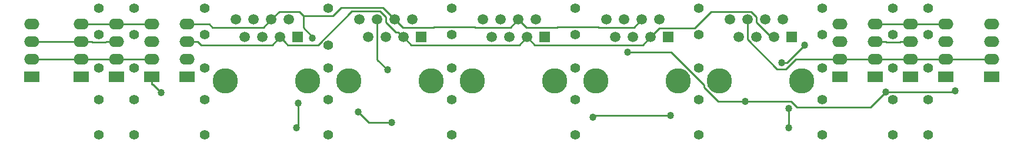
<source format=gbr>
G04 #@! TF.FileFunction,Copper,L2,Bot,Signal*
%FSLAX46Y46*%
G04 Gerber Fmt 4.6, Leading zero omitted, Abs format (unit mm)*
G04 Created by KiCad (PCBNEW 0.201509030901+6151~29~ubuntu14.04.1-product) date dom 13 set 2015 15:09:35 CEST*
%MOMM*%
G01*
G04 APERTURE LIST*
%ADD10C,0.100000*%
%ADD11C,1.400000*%
%ADD12C,3.649980*%
%ADD13R,1.501140X1.501140*%
%ADD14C,1.501140*%
%ADD15R,2.199640X1.524000*%
%ADD16O,2.199640X1.524000*%
%ADD17C,1.035000*%
%ADD18C,0.254000*%
G04 APERTURE END LIST*
D10*
D11*
X44450000Y-112522000D03*
X44450000Y-107442000D03*
X44450000Y-102870000D03*
X44450000Y-98044000D03*
X44450000Y-94234000D03*
X163830000Y-112522000D03*
X163830000Y-107442000D03*
X163830000Y-102870000D03*
X163830000Y-98044000D03*
X163830000Y-94234000D03*
X158750000Y-112522000D03*
X158750000Y-107442000D03*
X158750000Y-102870000D03*
X158750000Y-98044000D03*
X158750000Y-94234000D03*
X148590000Y-112522000D03*
X130810000Y-112522000D03*
X113030000Y-112522000D03*
X95250000Y-112522000D03*
X77470000Y-112522000D03*
X59690000Y-112522000D03*
X148590000Y-107442000D03*
X130810000Y-107442000D03*
X113030000Y-107442000D03*
X95250000Y-107442000D03*
X77470000Y-107442000D03*
X59690000Y-107442000D03*
X148590000Y-102870000D03*
X130810000Y-102870000D03*
X113030000Y-102870000D03*
X95250000Y-102870000D03*
X77470000Y-102870000D03*
X59690000Y-102870000D03*
X148590000Y-98044000D03*
X130810000Y-98044000D03*
X113030000Y-98044000D03*
X95250000Y-98044000D03*
X77470000Y-99615000D03*
X59690000Y-98044000D03*
X148590000Y-94234000D03*
X130810000Y-94234000D03*
X113030000Y-94234000D03*
X95250000Y-94234000D03*
X77470000Y-94234000D03*
X59690000Y-94234000D03*
X49530000Y-112522000D03*
X49530000Y-107442000D03*
X49530000Y-102870000D03*
X49530000Y-98044000D03*
D12*
X80421480Y-104775000D03*
X92290900Y-104775000D03*
D13*
X90805000Y-98425000D03*
D14*
X89535000Y-95885000D03*
X88265000Y-98425000D03*
X86995000Y-95885000D03*
X85725000Y-98425000D03*
X84455000Y-95885000D03*
X83185000Y-98425000D03*
X81915000Y-95885000D03*
D15*
X151130000Y-104140000D03*
D16*
X151130000Y-101600000D03*
X151130000Y-99060000D03*
X151130000Y-96520000D03*
D15*
X156210000Y-104140000D03*
D16*
X156210000Y-101600000D03*
X156210000Y-99060000D03*
X156210000Y-96520000D03*
D15*
X161290000Y-104140000D03*
D16*
X161290000Y-101600000D03*
X161290000Y-99060000D03*
X161290000Y-96520000D03*
D15*
X166370000Y-104140000D03*
D16*
X166370000Y-101600000D03*
X166370000Y-99060000D03*
X166370000Y-96520000D03*
D15*
X172974000Y-104140000D03*
D16*
X172974000Y-101600000D03*
X172974000Y-99060000D03*
X172974000Y-96520000D03*
D15*
X57150000Y-104140000D03*
D16*
X57150000Y-101600000D03*
X57150000Y-99060000D03*
X57150000Y-96520000D03*
D15*
X52070000Y-104140000D03*
D16*
X52070000Y-101600000D03*
X52070000Y-99060000D03*
X52070000Y-96520000D03*
D15*
X46990000Y-104140000D03*
D16*
X46990000Y-101600000D03*
X46990000Y-99060000D03*
X46990000Y-96520000D03*
D15*
X41910000Y-104140000D03*
D16*
X41910000Y-101600000D03*
X41910000Y-99060000D03*
X41910000Y-96520000D03*
D15*
X34798000Y-104140000D03*
D16*
X34798000Y-101600000D03*
X34798000Y-99060000D03*
X34798000Y-96520000D03*
D12*
X62641480Y-104775000D03*
X74510900Y-104775000D03*
D13*
X73025000Y-98425000D03*
D14*
X71755000Y-95885000D03*
X70485000Y-98425000D03*
X69215000Y-95885000D03*
X67945000Y-98425000D03*
X66675000Y-95885000D03*
X65405000Y-98425000D03*
X64135000Y-95885000D03*
D12*
X98201480Y-104775000D03*
X110070900Y-104775000D03*
D13*
X108585000Y-98425000D03*
D14*
X107315000Y-95885000D03*
X106045000Y-98425000D03*
X104775000Y-95885000D03*
X103505000Y-98425000D03*
X102235000Y-95885000D03*
X100965000Y-98425000D03*
X99695000Y-95885000D03*
D12*
X115981480Y-104775000D03*
X127850900Y-104775000D03*
D13*
X126365000Y-98425000D03*
D14*
X125095000Y-95885000D03*
X123825000Y-98425000D03*
X122555000Y-95885000D03*
X121285000Y-98425000D03*
X120015000Y-95885000D03*
X118745000Y-98425000D03*
X117475000Y-95885000D03*
D12*
X133761480Y-104775000D03*
X145630900Y-104775000D03*
D13*
X144145000Y-98425000D03*
D14*
X142875000Y-95885000D03*
X141605000Y-98425000D03*
X140335000Y-95885000D03*
X139065000Y-98425000D03*
X137795000Y-95885000D03*
X136525000Y-98425000D03*
X135255000Y-95885000D03*
D11*
X49530000Y-94234000D03*
D17*
X86614000Y-110744000D03*
X115570000Y-109982000D03*
X126746000Y-109728000D03*
X81788000Y-109220000D03*
X72898000Y-111506000D03*
X73152000Y-107950000D03*
X75184000Y-98552000D03*
X143764000Y-111506000D03*
X143764000Y-108712000D03*
X142748000Y-102108000D03*
X146050000Y-99568000D03*
X53366000Y-106411700D03*
X157664800Y-106356900D03*
X167647700Y-106172000D03*
X120542700Y-100554900D03*
X137434600Y-107706300D03*
X85960000Y-103166800D03*
D18*
X86614000Y-110744000D02*
X83312000Y-110744000D01*
X83312000Y-110744000D02*
X81788000Y-109220000D01*
X126746000Y-109728000D02*
X115824000Y-109728000D01*
X115824000Y-109728000D02*
X115570000Y-109982000D01*
X73152000Y-107950000D02*
X73152000Y-111252000D01*
X73152000Y-111252000D02*
X72898000Y-111506000D01*
X73859800Y-95315400D02*
X73859800Y-97072858D01*
X73859800Y-97072858D02*
X75184000Y-98397058D01*
X75184000Y-98397058D02*
X75184000Y-98552000D01*
X143764000Y-108712000D02*
X143764000Y-111506000D01*
X143510000Y-102108000D02*
X142748000Y-102108000D01*
X146050000Y-99568000D02*
X143510000Y-102108000D01*
X156210000Y-96520000D02*
X157691200Y-96520000D01*
X166370000Y-96520000D02*
X161290000Y-96520000D01*
X161290000Y-96520000D02*
X157691200Y-96520000D01*
X51597600Y-96520000D02*
X50588800Y-96520000D01*
X51597600Y-96520000D02*
X52070000Y-96520000D01*
X41910000Y-96520000D02*
X43391200Y-96520000D01*
X50588800Y-96520000D02*
X46990000Y-96520000D01*
X46990000Y-96520000D02*
X43391200Y-96520000D01*
X105940800Y-97050800D02*
X104775000Y-95885000D01*
X110376400Y-97050800D02*
X105940800Y-97050800D01*
X110480600Y-96946600D02*
X110376400Y-97050800D01*
X116327000Y-96946600D02*
X110480600Y-96946600D01*
X116397400Y-97017000D02*
X116327000Y-96946600D01*
X121423000Y-97017000D02*
X116397400Y-97017000D01*
X122555000Y-95885000D02*
X121423000Y-97017000D01*
X60290600Y-96520000D02*
X57150000Y-96520000D01*
X60787600Y-97017000D02*
X60290600Y-96520000D01*
X68083000Y-97017000D02*
X60787600Y-97017000D01*
X69215000Y-95885000D02*
X68083000Y-97017000D01*
X88160800Y-97050800D02*
X86995000Y-95885000D01*
X92596400Y-97050800D02*
X88160800Y-97050800D01*
X92700600Y-96946600D02*
X92596400Y-97050800D01*
X98547000Y-96946600D02*
X92700600Y-96946600D01*
X98617400Y-97017000D02*
X98547000Y-96946600D01*
X103643000Y-97017000D02*
X98617400Y-97017000D01*
X104775000Y-95885000D02*
X103643000Y-97017000D01*
X70384600Y-94715400D02*
X69215000Y-95885000D01*
X73259800Y-94715400D02*
X70384600Y-94715400D01*
X73859800Y-95315400D02*
X73259800Y-94715400D01*
X78134400Y-95315400D02*
X73859800Y-95315400D01*
X79254700Y-94195100D02*
X78134400Y-95315400D01*
X85305100Y-94195100D02*
X79254700Y-94195100D01*
X86995000Y-95885000D02*
X85305100Y-94195100D01*
X52237600Y-105283300D02*
X53366000Y-106411700D01*
X52070000Y-105283300D02*
X52237600Y-105283300D01*
X52070000Y-104140000D02*
X52070000Y-105283300D01*
X155498300Y-108523400D02*
X157147301Y-106874399D01*
X144905182Y-108523400D02*
X155498300Y-108523400D01*
X144088082Y-107706300D02*
X144905182Y-108523400D01*
X137434600Y-107706300D02*
X144088082Y-107706300D01*
X157147301Y-106874399D02*
X157664800Y-106356900D01*
X167462800Y-106356900D02*
X167647700Y-106172000D01*
X157664800Y-106356900D02*
X167462800Y-106356900D01*
X126751100Y-100554900D02*
X120542700Y-100554900D01*
X131555100Y-105358900D02*
X126751100Y-100554900D01*
X131555100Y-105695500D02*
X131555100Y-105358900D01*
X133565900Y-107706300D02*
X131555100Y-105695500D01*
X137434600Y-107706300D02*
X133565900Y-107706300D01*
X137795000Y-96946466D02*
X137795000Y-95885000D01*
X137795000Y-98759200D02*
X137795000Y-96946466D01*
X142042302Y-103006502D02*
X137795000Y-98759200D01*
X143329934Y-103006502D02*
X142042302Y-103006502D01*
X144736436Y-101600000D02*
X143329934Y-103006502D01*
X151130000Y-101600000D02*
X144736436Y-101600000D01*
X172974000Y-101600000D02*
X166370000Y-101600000D01*
X166370000Y-101600000D02*
X161290000Y-101600000D01*
X46990000Y-101600000D02*
X41910000Y-101600000D01*
X41910000Y-101600000D02*
X34798000Y-101600000D01*
X46990000Y-101600000D02*
X52070000Y-101600000D01*
X161290000Y-101600000D02*
X156210000Y-101600000D01*
X156210000Y-101600000D02*
X151130000Y-101600000D01*
X84455000Y-101661800D02*
X85960000Y-103166800D01*
X84455000Y-95885000D02*
X84455000Y-101661800D01*
X75999229Y-99556571D02*
X71616571Y-99556571D01*
X84907300Y-94703500D02*
X80852300Y-94703500D01*
X87514431Y-97674431D02*
X87153331Y-97674431D01*
X87153331Y-97674431D02*
X85725000Y-96246100D01*
X80852300Y-94703500D02*
X75999229Y-99556571D01*
X71616571Y-99556571D02*
X71235569Y-99175569D01*
X85725000Y-95521200D02*
X84907300Y-94703500D01*
X88265000Y-98425000D02*
X87514431Y-97674431D01*
X71235569Y-99175569D02*
X70485000Y-98425000D01*
X85725000Y-96246100D02*
X85725000Y-95521200D01*
X57150000Y-99060000D02*
X58631200Y-99060000D01*
X159743400Y-99125400D02*
X159808800Y-99060000D01*
X157756600Y-99125400D02*
X159743400Y-99125400D01*
X157691200Y-99060000D02*
X157756600Y-99125400D01*
X156210000Y-99060000D02*
X157691200Y-99060000D01*
X161290000Y-99060000D02*
X159808800Y-99060000D01*
X46990000Y-99060000D02*
X45508800Y-99060000D01*
X41910000Y-99060000D02*
X34798000Y-99060000D01*
X45384400Y-99184400D02*
X45508800Y-99060000D01*
X43515600Y-99184400D02*
X45384400Y-99184400D01*
X43391200Y-99060000D02*
X43515600Y-99184400D01*
X41910000Y-99060000D02*
X43391200Y-99060000D01*
X59130900Y-99559700D02*
X58631200Y-99060000D01*
X69350300Y-99559700D02*
X59130900Y-99559700D01*
X70485000Y-98425000D02*
X69350300Y-99559700D01*
X89397000Y-99557000D02*
X88265000Y-98425000D01*
X104913000Y-99557000D02*
X89397000Y-99557000D01*
X106045000Y-98425000D02*
X104913000Y-99557000D01*
X125098600Y-97151400D02*
X123825000Y-98425000D01*
X130173400Y-97151400D02*
X125098600Y-97151400D01*
X132578800Y-94746000D02*
X130173400Y-97151400D01*
X138276500Y-94746000D02*
X132578800Y-94746000D01*
X139065000Y-95534500D02*
X138276500Y-94746000D01*
X139065000Y-96266200D02*
X139065000Y-95534500D01*
X141223800Y-98425000D02*
X139065000Y-96266200D01*
X141605000Y-98425000D02*
X141223800Y-98425000D01*
X107177000Y-99557000D02*
X106045000Y-98425000D01*
X122693000Y-99557000D02*
X107177000Y-99557000D01*
X123825000Y-98425000D02*
X122693000Y-99557000D01*
M02*

</source>
